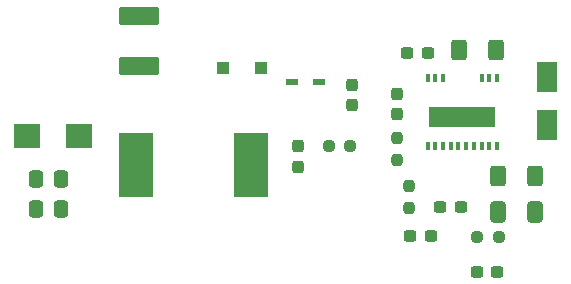
<source format=gtp>
G04 #@! TF.GenerationSoftware,KiCad,Pcbnew,(6.0.1)*
G04 #@! TF.CreationDate,2022-12-28T16:36:33-06:00*
G04 #@! TF.ProjectId,AIL,41494c2e-6b69-4636-9164-5f7063625858,rev?*
G04 #@! TF.SameCoordinates,Original*
G04 #@! TF.FileFunction,Paste,Top*
G04 #@! TF.FilePolarity,Positive*
%FSLAX46Y46*%
G04 Gerber Fmt 4.6, Leading zero omitted, Abs format (unit mm)*
G04 Created by KiCad (PCBNEW (6.0.1)) date 2022-12-28 16:36:33*
%MOMM*%
%LPD*%
G01*
G04 APERTURE LIST*
G04 Aperture macros list*
%AMRoundRect*
0 Rectangle with rounded corners*
0 $1 Rounding radius*
0 $2 $3 $4 $5 $6 $7 $8 $9 X,Y pos of 4 corners*
0 Add a 4 corners polygon primitive as box body*
4,1,4,$2,$3,$4,$5,$6,$7,$8,$9,$2,$3,0*
0 Add four circle primitives for the rounded corners*
1,1,$1+$1,$2,$3*
1,1,$1+$1,$4,$5*
1,1,$1+$1,$6,$7*
1,1,$1+$1,$8,$9*
0 Add four rect primitives between the rounded corners*
20,1,$1+$1,$2,$3,$4,$5,0*
20,1,$1+$1,$4,$5,$6,$7,0*
20,1,$1+$1,$6,$7,$8,$9,0*
20,1,$1+$1,$8,$9,$2,$3,0*%
G04 Aperture macros list end*
%ADD10RoundRect,0.237500X0.300000X0.237500X-0.300000X0.237500X-0.300000X-0.237500X0.300000X-0.237500X0*%
%ADD11R,1.800000X2.500000*%
%ADD12RoundRect,0.237500X-0.250000X-0.237500X0.250000X-0.237500X0.250000X0.237500X-0.250000X0.237500X0*%
%ADD13RoundRect,0.237500X-0.300000X-0.237500X0.300000X-0.237500X0.300000X0.237500X-0.300000X0.237500X0*%
%ADD14R,1.050000X0.550000*%
%ADD15RoundRect,0.250000X-0.400000X-0.625000X0.400000X-0.625000X0.400000X0.625000X-0.400000X0.625000X0*%
%ADD16RoundRect,0.250000X-1.450000X0.537500X-1.450000X-0.537500X1.450000X-0.537500X1.450000X0.537500X0*%
%ADD17RoundRect,0.237500X0.237500X-0.250000X0.237500X0.250000X-0.237500X0.250000X-0.237500X-0.250000X0*%
%ADD18R,0.450000X0.800000*%
%ADD19R,5.680000X1.780000*%
%ADD20R,2.900000X5.400000*%
%ADD21RoundRect,0.237500X-0.237500X0.300000X-0.237500X-0.300000X0.237500X-0.300000X0.237500X0.300000X0*%
%ADD22R,1.120000X1.080000*%
%ADD23RoundRect,0.250000X0.337500X0.475000X-0.337500X0.475000X-0.337500X-0.475000X0.337500X-0.475000X0*%
%ADD24R,2.250000X2.050000*%
%ADD25RoundRect,0.250000X0.400000X0.625000X-0.400000X0.625000X-0.400000X-0.625000X0.400000X-0.625000X0*%
%ADD26RoundRect,0.250000X-0.412500X-0.650000X0.412500X-0.650000X0.412500X0.650000X-0.412500X0.650000X0*%
%ADD27RoundRect,0.237500X-0.237500X0.250000X-0.237500X-0.250000X0.237500X-0.250000X0.237500X0.250000X0*%
G04 APERTURE END LIST*
D10*
X162660500Y-83820000D03*
X160935500Y-83820000D03*
D11*
X172720000Y-89897555D03*
X172720000Y-85897555D03*
D12*
X154281500Y-91694000D03*
X156106500Y-91694000D03*
D13*
X163729500Y-96889555D03*
X165454500Y-96889555D03*
D14*
X153458445Y-86329445D03*
X151158445Y-86329445D03*
D15*
X168630000Y-94234000D03*
X171730000Y-94234000D03*
D16*
X138176000Y-80666500D03*
X138176000Y-84941500D03*
D17*
X161036000Y-96924500D03*
X161036000Y-95099500D03*
D18*
X168511075Y-85938000D03*
X167861075Y-85938000D03*
X167211075Y-85938000D03*
X163961075Y-85938000D03*
X163311075Y-85938000D03*
X162661075Y-85938000D03*
X162661075Y-91738000D03*
X163311075Y-91738000D03*
X163961075Y-91738000D03*
X164611075Y-91738000D03*
X165261075Y-91738000D03*
X165911075Y-91738000D03*
X166561075Y-91738000D03*
X167211075Y-91738000D03*
X167861075Y-91738000D03*
X168511075Y-91738000D03*
D19*
X165586075Y-89258000D03*
D20*
X137978445Y-93349445D03*
X147678445Y-93349445D03*
D21*
X160020000Y-87289055D03*
X160020000Y-89014055D03*
D22*
X148543445Y-85090000D03*
X145293445Y-85090000D03*
D13*
X162914500Y-99314000D03*
X161189500Y-99314000D03*
D23*
X131593500Y-97028000D03*
X129518500Y-97028000D03*
D24*
X133118445Y-90849445D03*
X128718445Y-90849445D03*
D21*
X151658445Y-91736945D03*
X151658445Y-93461945D03*
D25*
X168428000Y-83566000D03*
X165328000Y-83566000D03*
D21*
X156210000Y-86513500D03*
X156210000Y-88238500D03*
D10*
X168558020Y-102349555D03*
X166833020Y-102349555D03*
D26*
X168617500Y-97282000D03*
X171742500Y-97282000D03*
D27*
X160020000Y-91035500D03*
X160020000Y-92860500D03*
D23*
X131593500Y-94488000D03*
X129518500Y-94488000D03*
D12*
X166833020Y-99459555D03*
X168658020Y-99459555D03*
M02*

</source>
